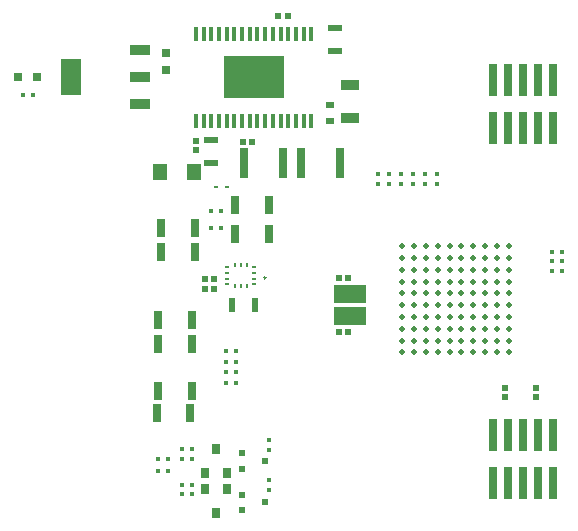
<source format=gtp>
G04*
G04 #@! TF.GenerationSoftware,Altium Limited,Altium Designer,19.0.4 (130)*
G04*
G04 Layer_Color=8421504*
%FSLAX25Y25*%
%MOIN*%
G70*
G01*
G75*
%ADD18R,0.02913X0.10984*%
%ADD19R,0.01968X0.05118*%
%ADD20R,0.02126X0.02126*%
%ADD21R,0.05118X0.01968*%
%ADD22R,0.02126X0.02126*%
%ADD23R,0.02362X0.01968*%
%ADD24R,0.01575X0.01772*%
%ADD25R,0.02756X0.06102*%
%ADD26R,0.03150X0.03543*%
%ADD27R,0.01772X0.01575*%
%ADD28R,0.02756X0.10433*%
%ADD29R,0.03150X0.01968*%
%ADD30R,0.06496X0.03543*%
%ADD31R,0.20079X0.14173*%
%ADD32O,0.01575X0.04724*%
%ADD33R,0.02953X0.02756*%
%ADD34R,0.07087X0.12402*%
%ADD35R,0.07087X0.03543*%
%ADD36R,0.03150X0.03150*%
%ADD37R,0.10630X0.05906*%
%ADD38R,0.05118X0.05512*%
G04:AMPARAMS|DCode=39|XSize=11.81mil|YSize=11.81mil|CornerRadius=5.91mil|HoleSize=0mil|Usage=FLASHONLY|Rotation=270.000|XOffset=0mil|YOffset=0mil|HoleType=Round|Shape=RoundedRectangle|*
%AMROUNDEDRECTD39*
21,1,0.01181,0.00000,0,0,270.0*
21,1,0.00000,0.01181,0,0,270.0*
1,1,0.01181,0.00000,0.00000*
1,1,0.01181,0.00000,0.00000*
1,1,0.01181,0.00000,0.00000*
1,1,0.01181,0.00000,0.00000*
%
%ADD39ROUNDEDRECTD39*%
%ADD40R,0.01831X0.00984*%
%ADD41R,0.00984X0.01831*%
G04:AMPARAMS|DCode=42|XSize=19.69mil|YSize=19.69mil|CornerRadius=9.85mil|HoleSize=0mil|Usage=FLASHONLY|Rotation=0.000|XOffset=0mil|YOffset=0mil|HoleType=Round|Shape=RoundedRectangle|*
%AMROUNDEDRECTD42*
21,1,0.01969,0.00000,0,0,0.0*
21,1,0.00000,0.01969,0,0,0.0*
1,1,0.01969,0.00000,0.00000*
1,1,0.01969,0.00000,0.00000*
1,1,0.01969,0.00000,0.00000*
1,1,0.01969,0.00000,0.00000*
%
%ADD42ROUNDEDRECTD42*%
%ADD43R,0.01772X0.00984*%
D18*
X227441Y165492D02*
D03*
Y149468D02*
D03*
X222441Y165492D02*
D03*
Y149468D02*
D03*
X217441Y165492D02*
D03*
Y149468D02*
D03*
X212441Y165492D02*
D03*
Y149468D02*
D03*
X207441Y165492D02*
D03*
Y149468D02*
D03*
X227441Y47382D02*
D03*
Y31358D02*
D03*
X222441Y47382D02*
D03*
Y31358D02*
D03*
X217441Y47382D02*
D03*
Y31358D02*
D03*
X212441Y47382D02*
D03*
Y31358D02*
D03*
X207441Y47382D02*
D03*
Y31358D02*
D03*
D19*
X120215Y90748D02*
D03*
X127893D02*
D03*
D20*
X135865Y187008D02*
D03*
X139015D02*
D03*
X124016Y144882D02*
D03*
X127165D02*
D03*
X111357Y99114D02*
D03*
X114507D02*
D03*
X111357Y95965D02*
D03*
X114507D02*
D03*
X155944Y81496D02*
D03*
X159093D02*
D03*
X155944Y99606D02*
D03*
X159093D02*
D03*
D21*
X113523Y137894D02*
D03*
Y145571D02*
D03*
X154861Y175295D02*
D03*
Y182972D02*
D03*
D22*
X108405Y142126D02*
D03*
Y145276D02*
D03*
X221654Y62992D02*
D03*
Y59842D02*
D03*
X211417Y62992D02*
D03*
Y59842D02*
D03*
D23*
X131398Y38583D02*
D03*
X123721Y36024D02*
D03*
Y41142D02*
D03*
X131436Y24803D02*
D03*
X123759Y22244D02*
D03*
Y27362D02*
D03*
D24*
X121653Y64567D02*
D03*
X118307D02*
D03*
X121653Y68110D02*
D03*
X118307D02*
D03*
X121653Y71653D02*
D03*
X118307D02*
D03*
X121653Y75197D02*
D03*
X118307D02*
D03*
X116831Y122047D02*
D03*
X113484D02*
D03*
X116831Y116142D02*
D03*
X113484D02*
D03*
X103839Y42520D02*
D03*
X107185D02*
D03*
X103839Y39370D02*
D03*
X107185D02*
D03*
X95768D02*
D03*
X99114D02*
D03*
X95768Y35433D02*
D03*
X99114D02*
D03*
X103839Y30709D02*
D03*
X107185D02*
D03*
X103839Y27559D02*
D03*
X107185D02*
D03*
X50689Y160630D02*
D03*
X54035D02*
D03*
X227067Y108268D02*
D03*
X230413D02*
D03*
X227067Y105118D02*
D03*
X230413D02*
D03*
X227067Y101969D02*
D03*
X230413D02*
D03*
D25*
X106500Y54500D02*
D03*
X95280D02*
D03*
X95768Y62008D02*
D03*
X106988D02*
D03*
X106988Y77756D02*
D03*
X95768D02*
D03*
X95768Y85630D02*
D03*
X106988D02*
D03*
X107972Y108268D02*
D03*
X96752D02*
D03*
X96752Y116142D02*
D03*
X107972D02*
D03*
X132579Y124016D02*
D03*
X121358D02*
D03*
X121358Y114173D02*
D03*
X132579D02*
D03*
D26*
X118701Y34646D02*
D03*
X114961Y42520D02*
D03*
X111221Y34646D02*
D03*
Y29134D02*
D03*
X114961Y21260D02*
D03*
X118701Y29134D02*
D03*
D27*
X132677Y45768D02*
D03*
Y42421D02*
D03*
Y32382D02*
D03*
Y29035D02*
D03*
X168898Y131004D02*
D03*
Y134350D02*
D03*
X172835Y131004D02*
D03*
Y134350D02*
D03*
X176772Y131004D02*
D03*
Y134350D02*
D03*
X184646Y131004D02*
D03*
Y134350D02*
D03*
X180709Y131004D02*
D03*
Y134350D02*
D03*
X188583Y131004D02*
D03*
Y134350D02*
D03*
D28*
X137538Y137795D02*
D03*
X124349D02*
D03*
X143345D02*
D03*
X156534D02*
D03*
D29*
X152893Y151811D02*
D03*
Y157244D02*
D03*
D30*
X159782Y164075D02*
D03*
Y152854D02*
D03*
D31*
X127597Y166535D02*
D03*
D32*
X108405Y151969D02*
D03*
X110964D02*
D03*
X113523D02*
D03*
X116082D02*
D03*
X118641D02*
D03*
X121200D02*
D03*
X123759D02*
D03*
X126318D02*
D03*
X128877D02*
D03*
X131436D02*
D03*
X133995D02*
D03*
X136554D02*
D03*
X139113D02*
D03*
X141672D02*
D03*
X144231D02*
D03*
X146790D02*
D03*
X108405Y181102D02*
D03*
X110964D02*
D03*
X113523D02*
D03*
X116082D02*
D03*
X118641D02*
D03*
X121200D02*
D03*
X123759D02*
D03*
X126318D02*
D03*
X128877D02*
D03*
X131436D02*
D03*
X133995D02*
D03*
X136554D02*
D03*
X139113D02*
D03*
X141672D02*
D03*
X144231D02*
D03*
X146790D02*
D03*
D33*
X98425Y174508D02*
D03*
Y168996D02*
D03*
D34*
X66732Y166535D02*
D03*
D35*
X89567Y175591D02*
D03*
Y166535D02*
D03*
Y157480D02*
D03*
D36*
X49213Y166535D02*
D03*
X55512D02*
D03*
D37*
X159782Y94291D02*
D03*
Y86810D02*
D03*
D38*
X107776Y134843D02*
D03*
X96358D02*
D03*
D39*
X131436Y99606D02*
D03*
D40*
X118690Y103346D02*
D03*
Y101378D02*
D03*
Y99409D02*
D03*
Y97441D02*
D03*
X127843D02*
D03*
Y99409D02*
D03*
Y101378D02*
D03*
Y103346D02*
D03*
D41*
X121298Y96801D02*
D03*
X123267D02*
D03*
X125235D02*
D03*
Y103986D02*
D03*
X123267D02*
D03*
X121298D02*
D03*
D42*
X212599Y74803D02*
D03*
X208662D02*
D03*
X204725D02*
D03*
X200788D02*
D03*
X196851D02*
D03*
X192913D02*
D03*
X188976D02*
D03*
X185039D02*
D03*
X181102D02*
D03*
X177165D02*
D03*
X212599Y78740D02*
D03*
X208662D02*
D03*
X204725D02*
D03*
X200788D02*
D03*
X196851D02*
D03*
X192913D02*
D03*
X188976D02*
D03*
X185039D02*
D03*
X181102D02*
D03*
X177165D02*
D03*
X212599Y82677D02*
D03*
X208662D02*
D03*
X204725D02*
D03*
X200788D02*
D03*
X196851D02*
D03*
X192913D02*
D03*
X188976D02*
D03*
X185039D02*
D03*
X181102D02*
D03*
X177165D02*
D03*
X212599Y86614D02*
D03*
X208662D02*
D03*
X204725D02*
D03*
X200788D02*
D03*
X196851D02*
D03*
X192913D02*
D03*
X188976D02*
D03*
X185039D02*
D03*
X181102D02*
D03*
X177165D02*
D03*
X212599Y90551D02*
D03*
X208662D02*
D03*
X204725D02*
D03*
X200788D02*
D03*
X196851D02*
D03*
X192913D02*
D03*
X188976D02*
D03*
X185039D02*
D03*
X181102D02*
D03*
X177165D02*
D03*
X212599Y94489D02*
D03*
X208662D02*
D03*
X204725D02*
D03*
X200788D02*
D03*
X196851D02*
D03*
X192913D02*
D03*
X188976D02*
D03*
X185039D02*
D03*
X181102D02*
D03*
X177165D02*
D03*
X212599Y98426D02*
D03*
X208662D02*
D03*
X204725D02*
D03*
X200788D02*
D03*
X196851D02*
D03*
X192913D02*
D03*
X188976D02*
D03*
X185039D02*
D03*
X181102D02*
D03*
X177165D02*
D03*
X212599Y102363D02*
D03*
X208662D02*
D03*
X204725D02*
D03*
X200788D02*
D03*
X196851D02*
D03*
X192913D02*
D03*
X188976D02*
D03*
X185039D02*
D03*
X181102D02*
D03*
X177165D02*
D03*
X212599Y106300D02*
D03*
X208662D02*
D03*
X204725D02*
D03*
X200788D02*
D03*
X196851D02*
D03*
X192913D02*
D03*
X188976D02*
D03*
X185039D02*
D03*
X181102D02*
D03*
X177165D02*
D03*
X212599Y110237D02*
D03*
X208662D02*
D03*
X204725D02*
D03*
X200788D02*
D03*
X196851D02*
D03*
X192913D02*
D03*
X188976D02*
D03*
X185039D02*
D03*
X181102D02*
D03*
X177165D02*
D03*
D43*
X114961Y129921D02*
D03*
X118701D02*
D03*
M02*

</source>
